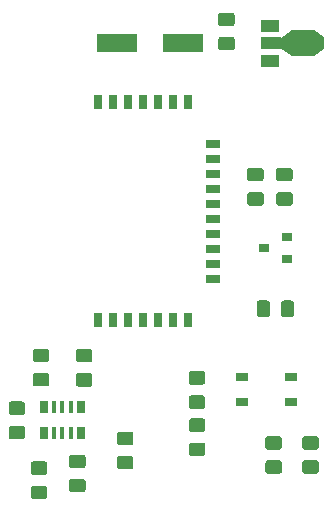
<source format=gbr>
G04 #@! TF.GenerationSoftware,KiCad,Pcbnew,(5.1.5-0-10_14)*
G04 #@! TF.CreationDate,2020-11-06T22:44:04+01:00*
G04 #@! TF.ProjectId,HB-RF-MOD,48422d52-462d-44d4-9f44-2e6b69636164,rev?*
G04 #@! TF.SameCoordinates,Original*
G04 #@! TF.FileFunction,Paste,Top*
G04 #@! TF.FilePolarity,Positive*
%FSLAX46Y46*%
G04 Gerber Fmt 4.6, Leading zero omitted, Abs format (unit mm)*
G04 Created by KiCad (PCBNEW (5.1.5-0-10_14)) date 2020-11-06 22:44:04*
%MOMM*%
%LPD*%
G04 APERTURE LIST*
%ADD10R,0.800000X1.200000*%
%ADD11R,1.200000X0.800000*%
%ADD12R,0.400000X1.100000*%
%ADD13R,0.700000X1.100000*%
%ADD14C,0.100000*%
%ADD15R,1.840000X2.200000*%
%ADD16R,1.500000X1.000000*%
%ADD17R,1.800000X1.000000*%
%ADD18R,1.050000X0.650000*%
%ADD19R,3.500000X1.600000*%
%ADD20R,0.900000X0.800000*%
G04 APERTURE END LIST*
D10*
X169250000Y-66184800D03*
X170520000Y-66184800D03*
X171790000Y-66184800D03*
X173060000Y-66184800D03*
X174330000Y-66184800D03*
X175600000Y-66184800D03*
X176870000Y-66188500D03*
D11*
X179005000Y-69735000D03*
X179005000Y-71005000D03*
X179005000Y-72275000D03*
X179005000Y-73545000D03*
X179005000Y-74815000D03*
X179005000Y-76085000D03*
X179005000Y-77355000D03*
X179005000Y-78625000D03*
X179005000Y-79895000D03*
X179005000Y-81165000D03*
D10*
X176870000Y-84621000D03*
X175600000Y-84621000D03*
X174330000Y-84621000D03*
X173060000Y-84621000D03*
X171790000Y-84621000D03*
X170520000Y-84621000D03*
X169250000Y-84621000D03*
D12*
X166950000Y-94200000D03*
X166250000Y-94200000D03*
X165550000Y-94200000D03*
X165550000Y-92000000D03*
X166250000Y-92000000D03*
X166950000Y-92000000D03*
D13*
X167800000Y-94200000D03*
X164700000Y-94200000D03*
X164700000Y-92000000D03*
X167800000Y-92000000D03*
D14*
G36*
X162874505Y-93576204D02*
G01*
X162898773Y-93579804D01*
X162922572Y-93585765D01*
X162945671Y-93594030D01*
X162967850Y-93604520D01*
X162988893Y-93617132D01*
X163008599Y-93631747D01*
X163026777Y-93648223D01*
X163043253Y-93666401D01*
X163057868Y-93686107D01*
X163070480Y-93707150D01*
X163080970Y-93729329D01*
X163089235Y-93752428D01*
X163095196Y-93776227D01*
X163098796Y-93800495D01*
X163100000Y-93824999D01*
X163100000Y-94475001D01*
X163098796Y-94499505D01*
X163095196Y-94523773D01*
X163089235Y-94547572D01*
X163080970Y-94570671D01*
X163070480Y-94592850D01*
X163057868Y-94613893D01*
X163043253Y-94633599D01*
X163026777Y-94651777D01*
X163008599Y-94668253D01*
X162988893Y-94682868D01*
X162967850Y-94695480D01*
X162945671Y-94705970D01*
X162922572Y-94714235D01*
X162898773Y-94720196D01*
X162874505Y-94723796D01*
X162850001Y-94725000D01*
X161949999Y-94725000D01*
X161925495Y-94723796D01*
X161901227Y-94720196D01*
X161877428Y-94714235D01*
X161854329Y-94705970D01*
X161832150Y-94695480D01*
X161811107Y-94682868D01*
X161791401Y-94668253D01*
X161773223Y-94651777D01*
X161756747Y-94633599D01*
X161742132Y-94613893D01*
X161729520Y-94592850D01*
X161719030Y-94570671D01*
X161710765Y-94547572D01*
X161704804Y-94523773D01*
X161701204Y-94499505D01*
X161700000Y-94475001D01*
X161700000Y-93824999D01*
X161701204Y-93800495D01*
X161704804Y-93776227D01*
X161710765Y-93752428D01*
X161719030Y-93729329D01*
X161729520Y-93707150D01*
X161742132Y-93686107D01*
X161756747Y-93666401D01*
X161773223Y-93648223D01*
X161791401Y-93631747D01*
X161811107Y-93617132D01*
X161832150Y-93604520D01*
X161854329Y-93594030D01*
X161877428Y-93585765D01*
X161901227Y-93579804D01*
X161925495Y-93576204D01*
X161949999Y-93575000D01*
X162850001Y-93575000D01*
X162874505Y-93576204D01*
G37*
G36*
X162874505Y-91526204D02*
G01*
X162898773Y-91529804D01*
X162922572Y-91535765D01*
X162945671Y-91544030D01*
X162967850Y-91554520D01*
X162988893Y-91567132D01*
X163008599Y-91581747D01*
X163026777Y-91598223D01*
X163043253Y-91616401D01*
X163057868Y-91636107D01*
X163070480Y-91657150D01*
X163080970Y-91679329D01*
X163089235Y-91702428D01*
X163095196Y-91726227D01*
X163098796Y-91750495D01*
X163100000Y-91774999D01*
X163100000Y-92425001D01*
X163098796Y-92449505D01*
X163095196Y-92473773D01*
X163089235Y-92497572D01*
X163080970Y-92520671D01*
X163070480Y-92542850D01*
X163057868Y-92563893D01*
X163043253Y-92583599D01*
X163026777Y-92601777D01*
X163008599Y-92618253D01*
X162988893Y-92632868D01*
X162967850Y-92645480D01*
X162945671Y-92655970D01*
X162922572Y-92664235D01*
X162898773Y-92670196D01*
X162874505Y-92673796D01*
X162850001Y-92675000D01*
X161949999Y-92675000D01*
X161925495Y-92673796D01*
X161901227Y-92670196D01*
X161877428Y-92664235D01*
X161854329Y-92655970D01*
X161832150Y-92645480D01*
X161811107Y-92632868D01*
X161791401Y-92618253D01*
X161773223Y-92601777D01*
X161756747Y-92583599D01*
X161742132Y-92563893D01*
X161729520Y-92542850D01*
X161719030Y-92520671D01*
X161710765Y-92497572D01*
X161704804Y-92473773D01*
X161701204Y-92449505D01*
X161700000Y-92425001D01*
X161700000Y-91774999D01*
X161701204Y-91750495D01*
X161704804Y-91726227D01*
X161710765Y-91702428D01*
X161719030Y-91679329D01*
X161729520Y-91657150D01*
X161742132Y-91636107D01*
X161756747Y-91616401D01*
X161773223Y-91598223D01*
X161791401Y-91581747D01*
X161811107Y-91567132D01*
X161832150Y-91554520D01*
X161854329Y-91544030D01*
X161877428Y-91535765D01*
X161901227Y-91529804D01*
X161925495Y-91526204D01*
X161949999Y-91525000D01*
X162850001Y-91525000D01*
X162874505Y-91526204D01*
G37*
G36*
X167999505Y-98076204D02*
G01*
X168023773Y-98079804D01*
X168047572Y-98085765D01*
X168070671Y-98094030D01*
X168092850Y-98104520D01*
X168113893Y-98117132D01*
X168133599Y-98131747D01*
X168151777Y-98148223D01*
X168168253Y-98166401D01*
X168182868Y-98186107D01*
X168195480Y-98207150D01*
X168205970Y-98229329D01*
X168214235Y-98252428D01*
X168220196Y-98276227D01*
X168223796Y-98300495D01*
X168225000Y-98324999D01*
X168225000Y-98975001D01*
X168223796Y-98999505D01*
X168220196Y-99023773D01*
X168214235Y-99047572D01*
X168205970Y-99070671D01*
X168195480Y-99092850D01*
X168182868Y-99113893D01*
X168168253Y-99133599D01*
X168151777Y-99151777D01*
X168133599Y-99168253D01*
X168113893Y-99182868D01*
X168092850Y-99195480D01*
X168070671Y-99205970D01*
X168047572Y-99214235D01*
X168023773Y-99220196D01*
X167999505Y-99223796D01*
X167975001Y-99225000D01*
X167074999Y-99225000D01*
X167050495Y-99223796D01*
X167026227Y-99220196D01*
X167002428Y-99214235D01*
X166979329Y-99205970D01*
X166957150Y-99195480D01*
X166936107Y-99182868D01*
X166916401Y-99168253D01*
X166898223Y-99151777D01*
X166881747Y-99133599D01*
X166867132Y-99113893D01*
X166854520Y-99092850D01*
X166844030Y-99070671D01*
X166835765Y-99047572D01*
X166829804Y-99023773D01*
X166826204Y-98999505D01*
X166825000Y-98975001D01*
X166825000Y-98324999D01*
X166826204Y-98300495D01*
X166829804Y-98276227D01*
X166835765Y-98252428D01*
X166844030Y-98229329D01*
X166854520Y-98207150D01*
X166867132Y-98186107D01*
X166881747Y-98166401D01*
X166898223Y-98148223D01*
X166916401Y-98131747D01*
X166936107Y-98117132D01*
X166957150Y-98104520D01*
X166979329Y-98094030D01*
X167002428Y-98085765D01*
X167026227Y-98079804D01*
X167050495Y-98076204D01*
X167074999Y-98075000D01*
X167975001Y-98075000D01*
X167999505Y-98076204D01*
G37*
G36*
X167999505Y-96026204D02*
G01*
X168023773Y-96029804D01*
X168047572Y-96035765D01*
X168070671Y-96044030D01*
X168092850Y-96054520D01*
X168113893Y-96067132D01*
X168133599Y-96081747D01*
X168151777Y-96098223D01*
X168168253Y-96116401D01*
X168182868Y-96136107D01*
X168195480Y-96157150D01*
X168205970Y-96179329D01*
X168214235Y-96202428D01*
X168220196Y-96226227D01*
X168223796Y-96250495D01*
X168225000Y-96274999D01*
X168225000Y-96925001D01*
X168223796Y-96949505D01*
X168220196Y-96973773D01*
X168214235Y-96997572D01*
X168205970Y-97020671D01*
X168195480Y-97042850D01*
X168182868Y-97063893D01*
X168168253Y-97083599D01*
X168151777Y-97101777D01*
X168133599Y-97118253D01*
X168113893Y-97132868D01*
X168092850Y-97145480D01*
X168070671Y-97155970D01*
X168047572Y-97164235D01*
X168023773Y-97170196D01*
X167999505Y-97173796D01*
X167975001Y-97175000D01*
X167074999Y-97175000D01*
X167050495Y-97173796D01*
X167026227Y-97170196D01*
X167002428Y-97164235D01*
X166979329Y-97155970D01*
X166957150Y-97145480D01*
X166936107Y-97132868D01*
X166916401Y-97118253D01*
X166898223Y-97101777D01*
X166881747Y-97083599D01*
X166867132Y-97063893D01*
X166854520Y-97042850D01*
X166844030Y-97020671D01*
X166835765Y-96997572D01*
X166829804Y-96973773D01*
X166826204Y-96949505D01*
X166825000Y-96925001D01*
X166825000Y-96274999D01*
X166826204Y-96250495D01*
X166829804Y-96226227D01*
X166835765Y-96202428D01*
X166844030Y-96179329D01*
X166854520Y-96157150D01*
X166867132Y-96136107D01*
X166881747Y-96116401D01*
X166898223Y-96098223D01*
X166916401Y-96081747D01*
X166936107Y-96067132D01*
X166957150Y-96054520D01*
X166979329Y-96044030D01*
X167002428Y-96035765D01*
X167026227Y-96029804D01*
X167050495Y-96026204D01*
X167074999Y-96025000D01*
X167975001Y-96025000D01*
X167999505Y-96026204D01*
G37*
G36*
X185723800Y-62300000D02*
G01*
X184723800Y-61600000D01*
X184723800Y-60800000D01*
X185723800Y-60100000D01*
X185723800Y-62300000D01*
G37*
D15*
X186633500Y-61200000D03*
D16*
X183820000Y-62700000D03*
D17*
X183966500Y-61200000D03*
D16*
X183820000Y-59700000D03*
D14*
G36*
X187542000Y-60100000D02*
G01*
X188392000Y-60700000D01*
X188392000Y-61700000D01*
X187542000Y-62300000D01*
X187542000Y-60100000D01*
G37*
D18*
X185650000Y-91575000D03*
X181500000Y-91575000D03*
X185650000Y-89425000D03*
X181500000Y-89425000D03*
D14*
G36*
X187749505Y-96501204D02*
G01*
X187773773Y-96504804D01*
X187797572Y-96510765D01*
X187820671Y-96519030D01*
X187842850Y-96529520D01*
X187863893Y-96542132D01*
X187883599Y-96556747D01*
X187901777Y-96573223D01*
X187918253Y-96591401D01*
X187932868Y-96611107D01*
X187945480Y-96632150D01*
X187955970Y-96654329D01*
X187964235Y-96677428D01*
X187970196Y-96701227D01*
X187973796Y-96725495D01*
X187975000Y-96749999D01*
X187975000Y-97400001D01*
X187973796Y-97424505D01*
X187970196Y-97448773D01*
X187964235Y-97472572D01*
X187955970Y-97495671D01*
X187945480Y-97517850D01*
X187932868Y-97538893D01*
X187918253Y-97558599D01*
X187901777Y-97576777D01*
X187883599Y-97593253D01*
X187863893Y-97607868D01*
X187842850Y-97620480D01*
X187820671Y-97630970D01*
X187797572Y-97639235D01*
X187773773Y-97645196D01*
X187749505Y-97648796D01*
X187725001Y-97650000D01*
X186824999Y-97650000D01*
X186800495Y-97648796D01*
X186776227Y-97645196D01*
X186752428Y-97639235D01*
X186729329Y-97630970D01*
X186707150Y-97620480D01*
X186686107Y-97607868D01*
X186666401Y-97593253D01*
X186648223Y-97576777D01*
X186631747Y-97558599D01*
X186617132Y-97538893D01*
X186604520Y-97517850D01*
X186594030Y-97495671D01*
X186585765Y-97472572D01*
X186579804Y-97448773D01*
X186576204Y-97424505D01*
X186575000Y-97400001D01*
X186575000Y-96749999D01*
X186576204Y-96725495D01*
X186579804Y-96701227D01*
X186585765Y-96677428D01*
X186594030Y-96654329D01*
X186604520Y-96632150D01*
X186617132Y-96611107D01*
X186631747Y-96591401D01*
X186648223Y-96573223D01*
X186666401Y-96556747D01*
X186686107Y-96542132D01*
X186707150Y-96529520D01*
X186729329Y-96519030D01*
X186752428Y-96510765D01*
X186776227Y-96504804D01*
X186800495Y-96501204D01*
X186824999Y-96500000D01*
X187725001Y-96500000D01*
X187749505Y-96501204D01*
G37*
G36*
X187749505Y-94451204D02*
G01*
X187773773Y-94454804D01*
X187797572Y-94460765D01*
X187820671Y-94469030D01*
X187842850Y-94479520D01*
X187863893Y-94492132D01*
X187883599Y-94506747D01*
X187901777Y-94523223D01*
X187918253Y-94541401D01*
X187932868Y-94561107D01*
X187945480Y-94582150D01*
X187955970Y-94604329D01*
X187964235Y-94627428D01*
X187970196Y-94651227D01*
X187973796Y-94675495D01*
X187975000Y-94699999D01*
X187975000Y-95350001D01*
X187973796Y-95374505D01*
X187970196Y-95398773D01*
X187964235Y-95422572D01*
X187955970Y-95445671D01*
X187945480Y-95467850D01*
X187932868Y-95488893D01*
X187918253Y-95508599D01*
X187901777Y-95526777D01*
X187883599Y-95543253D01*
X187863893Y-95557868D01*
X187842850Y-95570480D01*
X187820671Y-95580970D01*
X187797572Y-95589235D01*
X187773773Y-95595196D01*
X187749505Y-95598796D01*
X187725001Y-95600000D01*
X186824999Y-95600000D01*
X186800495Y-95598796D01*
X186776227Y-95595196D01*
X186752428Y-95589235D01*
X186729329Y-95580970D01*
X186707150Y-95570480D01*
X186686107Y-95557868D01*
X186666401Y-95543253D01*
X186648223Y-95526777D01*
X186631747Y-95508599D01*
X186617132Y-95488893D01*
X186604520Y-95467850D01*
X186594030Y-95445671D01*
X186585765Y-95422572D01*
X186579804Y-95398773D01*
X186576204Y-95374505D01*
X186575000Y-95350001D01*
X186575000Y-94699999D01*
X186576204Y-94675495D01*
X186579804Y-94651227D01*
X186585765Y-94627428D01*
X186594030Y-94604329D01*
X186604520Y-94582150D01*
X186617132Y-94561107D01*
X186631747Y-94541401D01*
X186648223Y-94523223D01*
X186666401Y-94506747D01*
X186686107Y-94492132D01*
X186707150Y-94479520D01*
X186729329Y-94469030D01*
X186752428Y-94460765D01*
X186776227Y-94454804D01*
X186800495Y-94451204D01*
X186824999Y-94450000D01*
X187725001Y-94450000D01*
X187749505Y-94451204D01*
G37*
G36*
X164749505Y-98651204D02*
G01*
X164773773Y-98654804D01*
X164797572Y-98660765D01*
X164820671Y-98669030D01*
X164842850Y-98679520D01*
X164863893Y-98692132D01*
X164883599Y-98706747D01*
X164901777Y-98723223D01*
X164918253Y-98741401D01*
X164932868Y-98761107D01*
X164945480Y-98782150D01*
X164955970Y-98804329D01*
X164964235Y-98827428D01*
X164970196Y-98851227D01*
X164973796Y-98875495D01*
X164975000Y-98899999D01*
X164975000Y-99550001D01*
X164973796Y-99574505D01*
X164970196Y-99598773D01*
X164964235Y-99622572D01*
X164955970Y-99645671D01*
X164945480Y-99667850D01*
X164932868Y-99688893D01*
X164918253Y-99708599D01*
X164901777Y-99726777D01*
X164883599Y-99743253D01*
X164863893Y-99757868D01*
X164842850Y-99770480D01*
X164820671Y-99780970D01*
X164797572Y-99789235D01*
X164773773Y-99795196D01*
X164749505Y-99798796D01*
X164725001Y-99800000D01*
X163824999Y-99800000D01*
X163800495Y-99798796D01*
X163776227Y-99795196D01*
X163752428Y-99789235D01*
X163729329Y-99780970D01*
X163707150Y-99770480D01*
X163686107Y-99757868D01*
X163666401Y-99743253D01*
X163648223Y-99726777D01*
X163631747Y-99708599D01*
X163617132Y-99688893D01*
X163604520Y-99667850D01*
X163594030Y-99645671D01*
X163585765Y-99622572D01*
X163579804Y-99598773D01*
X163576204Y-99574505D01*
X163575000Y-99550001D01*
X163575000Y-98899999D01*
X163576204Y-98875495D01*
X163579804Y-98851227D01*
X163585765Y-98827428D01*
X163594030Y-98804329D01*
X163604520Y-98782150D01*
X163617132Y-98761107D01*
X163631747Y-98741401D01*
X163648223Y-98723223D01*
X163666401Y-98706747D01*
X163686107Y-98692132D01*
X163707150Y-98679520D01*
X163729329Y-98669030D01*
X163752428Y-98660765D01*
X163776227Y-98654804D01*
X163800495Y-98651204D01*
X163824999Y-98650000D01*
X164725001Y-98650000D01*
X164749505Y-98651204D01*
G37*
G36*
X164749505Y-96601204D02*
G01*
X164773773Y-96604804D01*
X164797572Y-96610765D01*
X164820671Y-96619030D01*
X164842850Y-96629520D01*
X164863893Y-96642132D01*
X164883599Y-96656747D01*
X164901777Y-96673223D01*
X164918253Y-96691401D01*
X164932868Y-96711107D01*
X164945480Y-96732150D01*
X164955970Y-96754329D01*
X164964235Y-96777428D01*
X164970196Y-96801227D01*
X164973796Y-96825495D01*
X164975000Y-96849999D01*
X164975000Y-97500001D01*
X164973796Y-97524505D01*
X164970196Y-97548773D01*
X164964235Y-97572572D01*
X164955970Y-97595671D01*
X164945480Y-97617850D01*
X164932868Y-97638893D01*
X164918253Y-97658599D01*
X164901777Y-97676777D01*
X164883599Y-97693253D01*
X164863893Y-97707868D01*
X164842850Y-97720480D01*
X164820671Y-97730970D01*
X164797572Y-97739235D01*
X164773773Y-97745196D01*
X164749505Y-97748796D01*
X164725001Y-97750000D01*
X163824999Y-97750000D01*
X163800495Y-97748796D01*
X163776227Y-97745196D01*
X163752428Y-97739235D01*
X163729329Y-97730970D01*
X163707150Y-97720480D01*
X163686107Y-97707868D01*
X163666401Y-97693253D01*
X163648223Y-97676777D01*
X163631747Y-97658599D01*
X163617132Y-97638893D01*
X163604520Y-97617850D01*
X163594030Y-97595671D01*
X163585765Y-97572572D01*
X163579804Y-97548773D01*
X163576204Y-97524505D01*
X163575000Y-97500001D01*
X163575000Y-96849999D01*
X163576204Y-96825495D01*
X163579804Y-96801227D01*
X163585765Y-96777428D01*
X163594030Y-96754329D01*
X163604520Y-96732150D01*
X163617132Y-96711107D01*
X163631747Y-96691401D01*
X163648223Y-96673223D01*
X163666401Y-96656747D01*
X163686107Y-96642132D01*
X163707150Y-96629520D01*
X163729329Y-96619030D01*
X163752428Y-96610765D01*
X163776227Y-96604804D01*
X163800495Y-96601204D01*
X163824999Y-96600000D01*
X164725001Y-96600000D01*
X164749505Y-96601204D01*
G37*
G36*
X164924505Y-87051204D02*
G01*
X164948773Y-87054804D01*
X164972572Y-87060765D01*
X164995671Y-87069030D01*
X165017850Y-87079520D01*
X165038893Y-87092132D01*
X165058599Y-87106747D01*
X165076777Y-87123223D01*
X165093253Y-87141401D01*
X165107868Y-87161107D01*
X165120480Y-87182150D01*
X165130970Y-87204329D01*
X165139235Y-87227428D01*
X165145196Y-87251227D01*
X165148796Y-87275495D01*
X165150000Y-87299999D01*
X165150000Y-87950001D01*
X165148796Y-87974505D01*
X165145196Y-87998773D01*
X165139235Y-88022572D01*
X165130970Y-88045671D01*
X165120480Y-88067850D01*
X165107868Y-88088893D01*
X165093253Y-88108599D01*
X165076777Y-88126777D01*
X165058599Y-88143253D01*
X165038893Y-88157868D01*
X165017850Y-88170480D01*
X164995671Y-88180970D01*
X164972572Y-88189235D01*
X164948773Y-88195196D01*
X164924505Y-88198796D01*
X164900001Y-88200000D01*
X163999999Y-88200000D01*
X163975495Y-88198796D01*
X163951227Y-88195196D01*
X163927428Y-88189235D01*
X163904329Y-88180970D01*
X163882150Y-88170480D01*
X163861107Y-88157868D01*
X163841401Y-88143253D01*
X163823223Y-88126777D01*
X163806747Y-88108599D01*
X163792132Y-88088893D01*
X163779520Y-88067850D01*
X163769030Y-88045671D01*
X163760765Y-88022572D01*
X163754804Y-87998773D01*
X163751204Y-87974505D01*
X163750000Y-87950001D01*
X163750000Y-87299999D01*
X163751204Y-87275495D01*
X163754804Y-87251227D01*
X163760765Y-87227428D01*
X163769030Y-87204329D01*
X163779520Y-87182150D01*
X163792132Y-87161107D01*
X163806747Y-87141401D01*
X163823223Y-87123223D01*
X163841401Y-87106747D01*
X163861107Y-87092132D01*
X163882150Y-87079520D01*
X163904329Y-87069030D01*
X163927428Y-87060765D01*
X163951227Y-87054804D01*
X163975495Y-87051204D01*
X163999999Y-87050000D01*
X164900001Y-87050000D01*
X164924505Y-87051204D01*
G37*
G36*
X164924505Y-89101204D02*
G01*
X164948773Y-89104804D01*
X164972572Y-89110765D01*
X164995671Y-89119030D01*
X165017850Y-89129520D01*
X165038893Y-89142132D01*
X165058599Y-89156747D01*
X165076777Y-89173223D01*
X165093253Y-89191401D01*
X165107868Y-89211107D01*
X165120480Y-89232150D01*
X165130970Y-89254329D01*
X165139235Y-89277428D01*
X165145196Y-89301227D01*
X165148796Y-89325495D01*
X165150000Y-89349999D01*
X165150000Y-90000001D01*
X165148796Y-90024505D01*
X165145196Y-90048773D01*
X165139235Y-90072572D01*
X165130970Y-90095671D01*
X165120480Y-90117850D01*
X165107868Y-90138893D01*
X165093253Y-90158599D01*
X165076777Y-90176777D01*
X165058599Y-90193253D01*
X165038893Y-90207868D01*
X165017850Y-90220480D01*
X164995671Y-90230970D01*
X164972572Y-90239235D01*
X164948773Y-90245196D01*
X164924505Y-90248796D01*
X164900001Y-90250000D01*
X163999999Y-90250000D01*
X163975495Y-90248796D01*
X163951227Y-90245196D01*
X163927428Y-90239235D01*
X163904329Y-90230970D01*
X163882150Y-90220480D01*
X163861107Y-90207868D01*
X163841401Y-90193253D01*
X163823223Y-90176777D01*
X163806747Y-90158599D01*
X163792132Y-90138893D01*
X163779520Y-90117850D01*
X163769030Y-90095671D01*
X163760765Y-90072572D01*
X163754804Y-90048773D01*
X163751204Y-90024505D01*
X163750000Y-90000001D01*
X163750000Y-89349999D01*
X163751204Y-89325495D01*
X163754804Y-89301227D01*
X163760765Y-89277428D01*
X163769030Y-89254329D01*
X163779520Y-89232150D01*
X163792132Y-89211107D01*
X163806747Y-89191401D01*
X163823223Y-89173223D01*
X163841401Y-89156747D01*
X163861107Y-89142132D01*
X163882150Y-89129520D01*
X163904329Y-89119030D01*
X163927428Y-89110765D01*
X163951227Y-89104804D01*
X163975495Y-89101204D01*
X163999999Y-89100000D01*
X164900001Y-89100000D01*
X164924505Y-89101204D01*
G37*
G36*
X168574505Y-87076204D02*
G01*
X168598773Y-87079804D01*
X168622572Y-87085765D01*
X168645671Y-87094030D01*
X168667850Y-87104520D01*
X168688893Y-87117132D01*
X168708599Y-87131747D01*
X168726777Y-87148223D01*
X168743253Y-87166401D01*
X168757868Y-87186107D01*
X168770480Y-87207150D01*
X168780970Y-87229329D01*
X168789235Y-87252428D01*
X168795196Y-87276227D01*
X168798796Y-87300495D01*
X168800000Y-87324999D01*
X168800000Y-87975001D01*
X168798796Y-87999505D01*
X168795196Y-88023773D01*
X168789235Y-88047572D01*
X168780970Y-88070671D01*
X168770480Y-88092850D01*
X168757868Y-88113893D01*
X168743253Y-88133599D01*
X168726777Y-88151777D01*
X168708599Y-88168253D01*
X168688893Y-88182868D01*
X168667850Y-88195480D01*
X168645671Y-88205970D01*
X168622572Y-88214235D01*
X168598773Y-88220196D01*
X168574505Y-88223796D01*
X168550001Y-88225000D01*
X167649999Y-88225000D01*
X167625495Y-88223796D01*
X167601227Y-88220196D01*
X167577428Y-88214235D01*
X167554329Y-88205970D01*
X167532150Y-88195480D01*
X167511107Y-88182868D01*
X167491401Y-88168253D01*
X167473223Y-88151777D01*
X167456747Y-88133599D01*
X167442132Y-88113893D01*
X167429520Y-88092850D01*
X167419030Y-88070671D01*
X167410765Y-88047572D01*
X167404804Y-88023773D01*
X167401204Y-87999505D01*
X167400000Y-87975001D01*
X167400000Y-87324999D01*
X167401204Y-87300495D01*
X167404804Y-87276227D01*
X167410765Y-87252428D01*
X167419030Y-87229329D01*
X167429520Y-87207150D01*
X167442132Y-87186107D01*
X167456747Y-87166401D01*
X167473223Y-87148223D01*
X167491401Y-87131747D01*
X167511107Y-87117132D01*
X167532150Y-87104520D01*
X167554329Y-87094030D01*
X167577428Y-87085765D01*
X167601227Y-87079804D01*
X167625495Y-87076204D01*
X167649999Y-87075000D01*
X168550001Y-87075000D01*
X168574505Y-87076204D01*
G37*
G36*
X168574505Y-89126204D02*
G01*
X168598773Y-89129804D01*
X168622572Y-89135765D01*
X168645671Y-89144030D01*
X168667850Y-89154520D01*
X168688893Y-89167132D01*
X168708599Y-89181747D01*
X168726777Y-89198223D01*
X168743253Y-89216401D01*
X168757868Y-89236107D01*
X168770480Y-89257150D01*
X168780970Y-89279329D01*
X168789235Y-89302428D01*
X168795196Y-89326227D01*
X168798796Y-89350495D01*
X168800000Y-89374999D01*
X168800000Y-90025001D01*
X168798796Y-90049505D01*
X168795196Y-90073773D01*
X168789235Y-90097572D01*
X168780970Y-90120671D01*
X168770480Y-90142850D01*
X168757868Y-90163893D01*
X168743253Y-90183599D01*
X168726777Y-90201777D01*
X168708599Y-90218253D01*
X168688893Y-90232868D01*
X168667850Y-90245480D01*
X168645671Y-90255970D01*
X168622572Y-90264235D01*
X168598773Y-90270196D01*
X168574505Y-90273796D01*
X168550001Y-90275000D01*
X167649999Y-90275000D01*
X167625495Y-90273796D01*
X167601227Y-90270196D01*
X167577428Y-90264235D01*
X167554329Y-90255970D01*
X167532150Y-90245480D01*
X167511107Y-90232868D01*
X167491401Y-90218253D01*
X167473223Y-90201777D01*
X167456747Y-90183599D01*
X167442132Y-90163893D01*
X167429520Y-90142850D01*
X167419030Y-90120671D01*
X167410765Y-90097572D01*
X167404804Y-90073773D01*
X167401204Y-90049505D01*
X167400000Y-90025001D01*
X167400000Y-89374999D01*
X167401204Y-89350495D01*
X167404804Y-89326227D01*
X167410765Y-89302428D01*
X167419030Y-89279329D01*
X167429520Y-89257150D01*
X167442132Y-89236107D01*
X167456747Y-89216401D01*
X167473223Y-89198223D01*
X167491401Y-89181747D01*
X167511107Y-89167132D01*
X167532150Y-89154520D01*
X167554329Y-89144030D01*
X167577428Y-89135765D01*
X167601227Y-89129804D01*
X167625495Y-89126204D01*
X167649999Y-89125000D01*
X168550001Y-89125000D01*
X168574505Y-89126204D01*
G37*
D19*
X170850000Y-61200000D03*
X176450000Y-61200000D03*
D14*
G36*
X184624505Y-94451204D02*
G01*
X184648773Y-94454804D01*
X184672572Y-94460765D01*
X184695671Y-94469030D01*
X184717850Y-94479520D01*
X184738893Y-94492132D01*
X184758599Y-94506747D01*
X184776777Y-94523223D01*
X184793253Y-94541401D01*
X184807868Y-94561107D01*
X184820480Y-94582150D01*
X184830970Y-94604329D01*
X184839235Y-94627428D01*
X184845196Y-94651227D01*
X184848796Y-94675495D01*
X184850000Y-94699999D01*
X184850000Y-95350001D01*
X184848796Y-95374505D01*
X184845196Y-95398773D01*
X184839235Y-95422572D01*
X184830970Y-95445671D01*
X184820480Y-95467850D01*
X184807868Y-95488893D01*
X184793253Y-95508599D01*
X184776777Y-95526777D01*
X184758599Y-95543253D01*
X184738893Y-95557868D01*
X184717850Y-95570480D01*
X184695671Y-95580970D01*
X184672572Y-95589235D01*
X184648773Y-95595196D01*
X184624505Y-95598796D01*
X184600001Y-95600000D01*
X183699999Y-95600000D01*
X183675495Y-95598796D01*
X183651227Y-95595196D01*
X183627428Y-95589235D01*
X183604329Y-95580970D01*
X183582150Y-95570480D01*
X183561107Y-95557868D01*
X183541401Y-95543253D01*
X183523223Y-95526777D01*
X183506747Y-95508599D01*
X183492132Y-95488893D01*
X183479520Y-95467850D01*
X183469030Y-95445671D01*
X183460765Y-95422572D01*
X183454804Y-95398773D01*
X183451204Y-95374505D01*
X183450000Y-95350001D01*
X183450000Y-94699999D01*
X183451204Y-94675495D01*
X183454804Y-94651227D01*
X183460765Y-94627428D01*
X183469030Y-94604329D01*
X183479520Y-94582150D01*
X183492132Y-94561107D01*
X183506747Y-94541401D01*
X183523223Y-94523223D01*
X183541401Y-94506747D01*
X183561107Y-94492132D01*
X183582150Y-94479520D01*
X183604329Y-94469030D01*
X183627428Y-94460765D01*
X183651227Y-94454804D01*
X183675495Y-94451204D01*
X183699999Y-94450000D01*
X184600001Y-94450000D01*
X184624505Y-94451204D01*
G37*
G36*
X184624505Y-96501204D02*
G01*
X184648773Y-96504804D01*
X184672572Y-96510765D01*
X184695671Y-96519030D01*
X184717850Y-96529520D01*
X184738893Y-96542132D01*
X184758599Y-96556747D01*
X184776777Y-96573223D01*
X184793253Y-96591401D01*
X184807868Y-96611107D01*
X184820480Y-96632150D01*
X184830970Y-96654329D01*
X184839235Y-96677428D01*
X184845196Y-96701227D01*
X184848796Y-96725495D01*
X184850000Y-96749999D01*
X184850000Y-97400001D01*
X184848796Y-97424505D01*
X184845196Y-97448773D01*
X184839235Y-97472572D01*
X184830970Y-97495671D01*
X184820480Y-97517850D01*
X184807868Y-97538893D01*
X184793253Y-97558599D01*
X184776777Y-97576777D01*
X184758599Y-97593253D01*
X184738893Y-97607868D01*
X184717850Y-97620480D01*
X184695671Y-97630970D01*
X184672572Y-97639235D01*
X184648773Y-97645196D01*
X184624505Y-97648796D01*
X184600001Y-97650000D01*
X183699999Y-97650000D01*
X183675495Y-97648796D01*
X183651227Y-97645196D01*
X183627428Y-97639235D01*
X183604329Y-97630970D01*
X183582150Y-97620480D01*
X183561107Y-97607868D01*
X183541401Y-97593253D01*
X183523223Y-97576777D01*
X183506747Y-97558599D01*
X183492132Y-97538893D01*
X183479520Y-97517850D01*
X183469030Y-97495671D01*
X183460765Y-97472572D01*
X183454804Y-97448773D01*
X183451204Y-97424505D01*
X183450000Y-97400001D01*
X183450000Y-96749999D01*
X183451204Y-96725495D01*
X183454804Y-96701227D01*
X183460765Y-96677428D01*
X183469030Y-96654329D01*
X183479520Y-96632150D01*
X183492132Y-96611107D01*
X183506747Y-96591401D01*
X183523223Y-96573223D01*
X183541401Y-96556747D01*
X183561107Y-96542132D01*
X183582150Y-96529520D01*
X183604329Y-96519030D01*
X183627428Y-96510765D01*
X183651227Y-96504804D01*
X183675495Y-96501204D01*
X183699999Y-96500000D01*
X184600001Y-96500000D01*
X184624505Y-96501204D01*
G37*
G36*
X180624505Y-58601204D02*
G01*
X180648773Y-58604804D01*
X180672572Y-58610765D01*
X180695671Y-58619030D01*
X180717850Y-58629520D01*
X180738893Y-58642132D01*
X180758599Y-58656747D01*
X180776777Y-58673223D01*
X180793253Y-58691401D01*
X180807868Y-58711107D01*
X180820480Y-58732150D01*
X180830970Y-58754329D01*
X180839235Y-58777428D01*
X180845196Y-58801227D01*
X180848796Y-58825495D01*
X180850000Y-58849999D01*
X180850000Y-59500001D01*
X180848796Y-59524505D01*
X180845196Y-59548773D01*
X180839235Y-59572572D01*
X180830970Y-59595671D01*
X180820480Y-59617850D01*
X180807868Y-59638893D01*
X180793253Y-59658599D01*
X180776777Y-59676777D01*
X180758599Y-59693253D01*
X180738893Y-59707868D01*
X180717850Y-59720480D01*
X180695671Y-59730970D01*
X180672572Y-59739235D01*
X180648773Y-59745196D01*
X180624505Y-59748796D01*
X180600001Y-59750000D01*
X179699999Y-59750000D01*
X179675495Y-59748796D01*
X179651227Y-59745196D01*
X179627428Y-59739235D01*
X179604329Y-59730970D01*
X179582150Y-59720480D01*
X179561107Y-59707868D01*
X179541401Y-59693253D01*
X179523223Y-59676777D01*
X179506747Y-59658599D01*
X179492132Y-59638893D01*
X179479520Y-59617850D01*
X179469030Y-59595671D01*
X179460765Y-59572572D01*
X179454804Y-59548773D01*
X179451204Y-59524505D01*
X179450000Y-59500001D01*
X179450000Y-58849999D01*
X179451204Y-58825495D01*
X179454804Y-58801227D01*
X179460765Y-58777428D01*
X179469030Y-58754329D01*
X179479520Y-58732150D01*
X179492132Y-58711107D01*
X179506747Y-58691401D01*
X179523223Y-58673223D01*
X179541401Y-58656747D01*
X179561107Y-58642132D01*
X179582150Y-58629520D01*
X179604329Y-58619030D01*
X179627428Y-58610765D01*
X179651227Y-58604804D01*
X179675495Y-58601204D01*
X179699999Y-58600000D01*
X180600001Y-58600000D01*
X180624505Y-58601204D01*
G37*
G36*
X180624505Y-60651204D02*
G01*
X180648773Y-60654804D01*
X180672572Y-60660765D01*
X180695671Y-60669030D01*
X180717850Y-60679520D01*
X180738893Y-60692132D01*
X180758599Y-60706747D01*
X180776777Y-60723223D01*
X180793253Y-60741401D01*
X180807868Y-60761107D01*
X180820480Y-60782150D01*
X180830970Y-60804329D01*
X180839235Y-60827428D01*
X180845196Y-60851227D01*
X180848796Y-60875495D01*
X180850000Y-60899999D01*
X180850000Y-61550001D01*
X180848796Y-61574505D01*
X180845196Y-61598773D01*
X180839235Y-61622572D01*
X180830970Y-61645671D01*
X180820480Y-61667850D01*
X180807868Y-61688893D01*
X180793253Y-61708599D01*
X180776777Y-61726777D01*
X180758599Y-61743253D01*
X180738893Y-61757868D01*
X180717850Y-61770480D01*
X180695671Y-61780970D01*
X180672572Y-61789235D01*
X180648773Y-61795196D01*
X180624505Y-61798796D01*
X180600001Y-61800000D01*
X179699999Y-61800000D01*
X179675495Y-61798796D01*
X179651227Y-61795196D01*
X179627428Y-61789235D01*
X179604329Y-61780970D01*
X179582150Y-61770480D01*
X179561107Y-61757868D01*
X179541401Y-61743253D01*
X179523223Y-61726777D01*
X179506747Y-61708599D01*
X179492132Y-61688893D01*
X179479520Y-61667850D01*
X179469030Y-61645671D01*
X179460765Y-61622572D01*
X179454804Y-61598773D01*
X179451204Y-61574505D01*
X179450000Y-61550001D01*
X179450000Y-60899999D01*
X179451204Y-60875495D01*
X179454804Y-60851227D01*
X179460765Y-60827428D01*
X179469030Y-60804329D01*
X179479520Y-60782150D01*
X179492132Y-60761107D01*
X179506747Y-60741401D01*
X179523223Y-60723223D01*
X179541401Y-60706747D01*
X179561107Y-60692132D01*
X179582150Y-60679520D01*
X179604329Y-60669030D01*
X179627428Y-60660765D01*
X179651227Y-60654804D01*
X179675495Y-60651204D01*
X179699999Y-60650000D01*
X180600001Y-60650000D01*
X180624505Y-60651204D01*
G37*
G36*
X172049505Y-94076204D02*
G01*
X172073773Y-94079804D01*
X172097572Y-94085765D01*
X172120671Y-94094030D01*
X172142850Y-94104520D01*
X172163893Y-94117132D01*
X172183599Y-94131747D01*
X172201777Y-94148223D01*
X172218253Y-94166401D01*
X172232868Y-94186107D01*
X172245480Y-94207150D01*
X172255970Y-94229329D01*
X172264235Y-94252428D01*
X172270196Y-94276227D01*
X172273796Y-94300495D01*
X172275000Y-94324999D01*
X172275000Y-94975001D01*
X172273796Y-94999505D01*
X172270196Y-95023773D01*
X172264235Y-95047572D01*
X172255970Y-95070671D01*
X172245480Y-95092850D01*
X172232868Y-95113893D01*
X172218253Y-95133599D01*
X172201777Y-95151777D01*
X172183599Y-95168253D01*
X172163893Y-95182868D01*
X172142850Y-95195480D01*
X172120671Y-95205970D01*
X172097572Y-95214235D01*
X172073773Y-95220196D01*
X172049505Y-95223796D01*
X172025001Y-95225000D01*
X171124999Y-95225000D01*
X171100495Y-95223796D01*
X171076227Y-95220196D01*
X171052428Y-95214235D01*
X171029329Y-95205970D01*
X171007150Y-95195480D01*
X170986107Y-95182868D01*
X170966401Y-95168253D01*
X170948223Y-95151777D01*
X170931747Y-95133599D01*
X170917132Y-95113893D01*
X170904520Y-95092850D01*
X170894030Y-95070671D01*
X170885765Y-95047572D01*
X170879804Y-95023773D01*
X170876204Y-94999505D01*
X170875000Y-94975001D01*
X170875000Y-94324999D01*
X170876204Y-94300495D01*
X170879804Y-94276227D01*
X170885765Y-94252428D01*
X170894030Y-94229329D01*
X170904520Y-94207150D01*
X170917132Y-94186107D01*
X170931747Y-94166401D01*
X170948223Y-94148223D01*
X170966401Y-94131747D01*
X170986107Y-94117132D01*
X171007150Y-94104520D01*
X171029329Y-94094030D01*
X171052428Y-94085765D01*
X171076227Y-94079804D01*
X171100495Y-94076204D01*
X171124999Y-94075000D01*
X172025001Y-94075000D01*
X172049505Y-94076204D01*
G37*
G36*
X172049505Y-96126204D02*
G01*
X172073773Y-96129804D01*
X172097572Y-96135765D01*
X172120671Y-96144030D01*
X172142850Y-96154520D01*
X172163893Y-96167132D01*
X172183599Y-96181747D01*
X172201777Y-96198223D01*
X172218253Y-96216401D01*
X172232868Y-96236107D01*
X172245480Y-96257150D01*
X172255970Y-96279329D01*
X172264235Y-96302428D01*
X172270196Y-96326227D01*
X172273796Y-96350495D01*
X172275000Y-96374999D01*
X172275000Y-97025001D01*
X172273796Y-97049505D01*
X172270196Y-97073773D01*
X172264235Y-97097572D01*
X172255970Y-97120671D01*
X172245480Y-97142850D01*
X172232868Y-97163893D01*
X172218253Y-97183599D01*
X172201777Y-97201777D01*
X172183599Y-97218253D01*
X172163893Y-97232868D01*
X172142850Y-97245480D01*
X172120671Y-97255970D01*
X172097572Y-97264235D01*
X172073773Y-97270196D01*
X172049505Y-97273796D01*
X172025001Y-97275000D01*
X171124999Y-97275000D01*
X171100495Y-97273796D01*
X171076227Y-97270196D01*
X171052428Y-97264235D01*
X171029329Y-97255970D01*
X171007150Y-97245480D01*
X170986107Y-97232868D01*
X170966401Y-97218253D01*
X170948223Y-97201777D01*
X170931747Y-97183599D01*
X170917132Y-97163893D01*
X170904520Y-97142850D01*
X170894030Y-97120671D01*
X170885765Y-97097572D01*
X170879804Y-97073773D01*
X170876204Y-97049505D01*
X170875000Y-97025001D01*
X170875000Y-96374999D01*
X170876204Y-96350495D01*
X170879804Y-96326227D01*
X170885765Y-96302428D01*
X170894030Y-96279329D01*
X170904520Y-96257150D01*
X170917132Y-96236107D01*
X170931747Y-96216401D01*
X170948223Y-96198223D01*
X170966401Y-96181747D01*
X170986107Y-96167132D01*
X171007150Y-96154520D01*
X171029329Y-96144030D01*
X171052428Y-96135765D01*
X171076227Y-96129804D01*
X171100495Y-96126204D01*
X171124999Y-96125000D01*
X172025001Y-96125000D01*
X172049505Y-96126204D01*
G37*
G36*
X178124505Y-88955504D02*
G01*
X178148773Y-88959104D01*
X178172572Y-88965065D01*
X178195671Y-88973330D01*
X178217850Y-88983820D01*
X178238893Y-88996432D01*
X178258599Y-89011047D01*
X178276777Y-89027523D01*
X178293253Y-89045701D01*
X178307868Y-89065407D01*
X178320480Y-89086450D01*
X178330970Y-89108629D01*
X178339235Y-89131728D01*
X178345196Y-89155527D01*
X178348796Y-89179795D01*
X178350000Y-89204299D01*
X178350000Y-89854301D01*
X178348796Y-89878805D01*
X178345196Y-89903073D01*
X178339235Y-89926872D01*
X178330970Y-89949971D01*
X178320480Y-89972150D01*
X178307868Y-89993193D01*
X178293253Y-90012899D01*
X178276777Y-90031077D01*
X178258599Y-90047553D01*
X178238893Y-90062168D01*
X178217850Y-90074780D01*
X178195671Y-90085270D01*
X178172572Y-90093535D01*
X178148773Y-90099496D01*
X178124505Y-90103096D01*
X178100001Y-90104300D01*
X177199999Y-90104300D01*
X177175495Y-90103096D01*
X177151227Y-90099496D01*
X177127428Y-90093535D01*
X177104329Y-90085270D01*
X177082150Y-90074780D01*
X177061107Y-90062168D01*
X177041401Y-90047553D01*
X177023223Y-90031077D01*
X177006747Y-90012899D01*
X176992132Y-89993193D01*
X176979520Y-89972150D01*
X176969030Y-89949971D01*
X176960765Y-89926872D01*
X176954804Y-89903073D01*
X176951204Y-89878805D01*
X176950000Y-89854301D01*
X176950000Y-89204299D01*
X176951204Y-89179795D01*
X176954804Y-89155527D01*
X176960765Y-89131728D01*
X176969030Y-89108629D01*
X176979520Y-89086450D01*
X176992132Y-89065407D01*
X177006747Y-89045701D01*
X177023223Y-89027523D01*
X177041401Y-89011047D01*
X177061107Y-88996432D01*
X177082150Y-88983820D01*
X177104329Y-88973330D01*
X177127428Y-88965065D01*
X177151227Y-88959104D01*
X177175495Y-88955504D01*
X177199999Y-88954300D01*
X178100001Y-88954300D01*
X178124505Y-88955504D01*
G37*
G36*
X178124505Y-91005504D02*
G01*
X178148773Y-91009104D01*
X178172572Y-91015065D01*
X178195671Y-91023330D01*
X178217850Y-91033820D01*
X178238893Y-91046432D01*
X178258599Y-91061047D01*
X178276777Y-91077523D01*
X178293253Y-91095701D01*
X178307868Y-91115407D01*
X178320480Y-91136450D01*
X178330970Y-91158629D01*
X178339235Y-91181728D01*
X178345196Y-91205527D01*
X178348796Y-91229795D01*
X178350000Y-91254299D01*
X178350000Y-91904301D01*
X178348796Y-91928805D01*
X178345196Y-91953073D01*
X178339235Y-91976872D01*
X178330970Y-91999971D01*
X178320480Y-92022150D01*
X178307868Y-92043193D01*
X178293253Y-92062899D01*
X178276777Y-92081077D01*
X178258599Y-92097553D01*
X178238893Y-92112168D01*
X178217850Y-92124780D01*
X178195671Y-92135270D01*
X178172572Y-92143535D01*
X178148773Y-92149496D01*
X178124505Y-92153096D01*
X178100001Y-92154300D01*
X177199999Y-92154300D01*
X177175495Y-92153096D01*
X177151227Y-92149496D01*
X177127428Y-92143535D01*
X177104329Y-92135270D01*
X177082150Y-92124780D01*
X177061107Y-92112168D01*
X177041401Y-92097553D01*
X177023223Y-92081077D01*
X177006747Y-92062899D01*
X176992132Y-92043193D01*
X176979520Y-92022150D01*
X176969030Y-91999971D01*
X176960765Y-91976872D01*
X176954804Y-91953073D01*
X176951204Y-91928805D01*
X176950000Y-91904301D01*
X176950000Y-91254299D01*
X176951204Y-91229795D01*
X176954804Y-91205527D01*
X176960765Y-91181728D01*
X176969030Y-91158629D01*
X176979520Y-91136450D01*
X176992132Y-91115407D01*
X177006747Y-91095701D01*
X177023223Y-91077523D01*
X177041401Y-91061047D01*
X177061107Y-91046432D01*
X177082150Y-91033820D01*
X177104329Y-91023330D01*
X177127428Y-91015065D01*
X177151227Y-91009104D01*
X177175495Y-91005504D01*
X177199999Y-91004300D01*
X178100001Y-91004300D01*
X178124505Y-91005504D01*
G37*
G36*
X178149505Y-95001204D02*
G01*
X178173773Y-95004804D01*
X178197572Y-95010765D01*
X178220671Y-95019030D01*
X178242850Y-95029520D01*
X178263893Y-95042132D01*
X178283599Y-95056747D01*
X178301777Y-95073223D01*
X178318253Y-95091401D01*
X178332868Y-95111107D01*
X178345480Y-95132150D01*
X178355970Y-95154329D01*
X178364235Y-95177428D01*
X178370196Y-95201227D01*
X178373796Y-95225495D01*
X178375000Y-95249999D01*
X178375000Y-95900001D01*
X178373796Y-95924505D01*
X178370196Y-95948773D01*
X178364235Y-95972572D01*
X178355970Y-95995671D01*
X178345480Y-96017850D01*
X178332868Y-96038893D01*
X178318253Y-96058599D01*
X178301777Y-96076777D01*
X178283599Y-96093253D01*
X178263893Y-96107868D01*
X178242850Y-96120480D01*
X178220671Y-96130970D01*
X178197572Y-96139235D01*
X178173773Y-96145196D01*
X178149505Y-96148796D01*
X178125001Y-96150000D01*
X177224999Y-96150000D01*
X177200495Y-96148796D01*
X177176227Y-96145196D01*
X177152428Y-96139235D01*
X177129329Y-96130970D01*
X177107150Y-96120480D01*
X177086107Y-96107868D01*
X177066401Y-96093253D01*
X177048223Y-96076777D01*
X177031747Y-96058599D01*
X177017132Y-96038893D01*
X177004520Y-96017850D01*
X176994030Y-95995671D01*
X176985765Y-95972572D01*
X176979804Y-95948773D01*
X176976204Y-95924505D01*
X176975000Y-95900001D01*
X176975000Y-95249999D01*
X176976204Y-95225495D01*
X176979804Y-95201227D01*
X176985765Y-95177428D01*
X176994030Y-95154329D01*
X177004520Y-95132150D01*
X177017132Y-95111107D01*
X177031747Y-95091401D01*
X177048223Y-95073223D01*
X177066401Y-95056747D01*
X177086107Y-95042132D01*
X177107150Y-95029520D01*
X177129329Y-95019030D01*
X177152428Y-95010765D01*
X177176227Y-95004804D01*
X177200495Y-95001204D01*
X177224999Y-95000000D01*
X178125001Y-95000000D01*
X178149505Y-95001204D01*
G37*
G36*
X178149505Y-92951204D02*
G01*
X178173773Y-92954804D01*
X178197572Y-92960765D01*
X178220671Y-92969030D01*
X178242850Y-92979520D01*
X178263893Y-92992132D01*
X178283599Y-93006747D01*
X178301777Y-93023223D01*
X178318253Y-93041401D01*
X178332868Y-93061107D01*
X178345480Y-93082150D01*
X178355970Y-93104329D01*
X178364235Y-93127428D01*
X178370196Y-93151227D01*
X178373796Y-93175495D01*
X178375000Y-93199999D01*
X178375000Y-93850001D01*
X178373796Y-93874505D01*
X178370196Y-93898773D01*
X178364235Y-93922572D01*
X178355970Y-93945671D01*
X178345480Y-93967850D01*
X178332868Y-93988893D01*
X178318253Y-94008599D01*
X178301777Y-94026777D01*
X178283599Y-94043253D01*
X178263893Y-94057868D01*
X178242850Y-94070480D01*
X178220671Y-94080970D01*
X178197572Y-94089235D01*
X178173773Y-94095196D01*
X178149505Y-94098796D01*
X178125001Y-94100000D01*
X177224999Y-94100000D01*
X177200495Y-94098796D01*
X177176227Y-94095196D01*
X177152428Y-94089235D01*
X177129329Y-94080970D01*
X177107150Y-94070480D01*
X177086107Y-94057868D01*
X177066401Y-94043253D01*
X177048223Y-94026777D01*
X177031747Y-94008599D01*
X177017132Y-93988893D01*
X177004520Y-93967850D01*
X176994030Y-93945671D01*
X176985765Y-93922572D01*
X176979804Y-93898773D01*
X176976204Y-93874505D01*
X176975000Y-93850001D01*
X176975000Y-93199999D01*
X176976204Y-93175495D01*
X176979804Y-93151227D01*
X176985765Y-93127428D01*
X176994030Y-93104329D01*
X177004520Y-93082150D01*
X177017132Y-93061107D01*
X177031747Y-93041401D01*
X177048223Y-93023223D01*
X177066401Y-93006747D01*
X177086107Y-92992132D01*
X177107150Y-92979520D01*
X177129329Y-92969030D01*
X177152428Y-92960765D01*
X177176227Y-92954804D01*
X177200495Y-92951204D01*
X177224999Y-92950000D01*
X178125001Y-92950000D01*
X178149505Y-92951204D01*
G37*
D20*
X183300000Y-78550000D03*
X185300000Y-77600000D03*
X185300000Y-79500000D03*
D14*
G36*
X183624505Y-82976204D02*
G01*
X183648773Y-82979804D01*
X183672572Y-82985765D01*
X183695671Y-82994030D01*
X183717850Y-83004520D01*
X183738893Y-83017132D01*
X183758599Y-83031747D01*
X183776777Y-83048223D01*
X183793253Y-83066401D01*
X183807868Y-83086107D01*
X183820480Y-83107150D01*
X183830970Y-83129329D01*
X183839235Y-83152428D01*
X183845196Y-83176227D01*
X183848796Y-83200495D01*
X183850000Y-83224999D01*
X183850000Y-84125001D01*
X183848796Y-84149505D01*
X183845196Y-84173773D01*
X183839235Y-84197572D01*
X183830970Y-84220671D01*
X183820480Y-84242850D01*
X183807868Y-84263893D01*
X183793253Y-84283599D01*
X183776777Y-84301777D01*
X183758599Y-84318253D01*
X183738893Y-84332868D01*
X183717850Y-84345480D01*
X183695671Y-84355970D01*
X183672572Y-84364235D01*
X183648773Y-84370196D01*
X183624505Y-84373796D01*
X183600001Y-84375000D01*
X182949999Y-84375000D01*
X182925495Y-84373796D01*
X182901227Y-84370196D01*
X182877428Y-84364235D01*
X182854329Y-84355970D01*
X182832150Y-84345480D01*
X182811107Y-84332868D01*
X182791401Y-84318253D01*
X182773223Y-84301777D01*
X182756747Y-84283599D01*
X182742132Y-84263893D01*
X182729520Y-84242850D01*
X182719030Y-84220671D01*
X182710765Y-84197572D01*
X182704804Y-84173773D01*
X182701204Y-84149505D01*
X182700000Y-84125001D01*
X182700000Y-83224999D01*
X182701204Y-83200495D01*
X182704804Y-83176227D01*
X182710765Y-83152428D01*
X182719030Y-83129329D01*
X182729520Y-83107150D01*
X182742132Y-83086107D01*
X182756747Y-83066401D01*
X182773223Y-83048223D01*
X182791401Y-83031747D01*
X182811107Y-83017132D01*
X182832150Y-83004520D01*
X182854329Y-82994030D01*
X182877428Y-82985765D01*
X182901227Y-82979804D01*
X182925495Y-82976204D01*
X182949999Y-82975000D01*
X183600001Y-82975000D01*
X183624505Y-82976204D01*
G37*
G36*
X185674505Y-82976204D02*
G01*
X185698773Y-82979804D01*
X185722572Y-82985765D01*
X185745671Y-82994030D01*
X185767850Y-83004520D01*
X185788893Y-83017132D01*
X185808599Y-83031747D01*
X185826777Y-83048223D01*
X185843253Y-83066401D01*
X185857868Y-83086107D01*
X185870480Y-83107150D01*
X185880970Y-83129329D01*
X185889235Y-83152428D01*
X185895196Y-83176227D01*
X185898796Y-83200495D01*
X185900000Y-83224999D01*
X185900000Y-84125001D01*
X185898796Y-84149505D01*
X185895196Y-84173773D01*
X185889235Y-84197572D01*
X185880970Y-84220671D01*
X185870480Y-84242850D01*
X185857868Y-84263893D01*
X185843253Y-84283599D01*
X185826777Y-84301777D01*
X185808599Y-84318253D01*
X185788893Y-84332868D01*
X185767850Y-84345480D01*
X185745671Y-84355970D01*
X185722572Y-84364235D01*
X185698773Y-84370196D01*
X185674505Y-84373796D01*
X185650001Y-84375000D01*
X184999999Y-84375000D01*
X184975495Y-84373796D01*
X184951227Y-84370196D01*
X184927428Y-84364235D01*
X184904329Y-84355970D01*
X184882150Y-84345480D01*
X184861107Y-84332868D01*
X184841401Y-84318253D01*
X184823223Y-84301777D01*
X184806747Y-84283599D01*
X184792132Y-84263893D01*
X184779520Y-84242850D01*
X184769030Y-84220671D01*
X184760765Y-84197572D01*
X184754804Y-84173773D01*
X184751204Y-84149505D01*
X184750000Y-84125001D01*
X184750000Y-83224999D01*
X184751204Y-83200495D01*
X184754804Y-83176227D01*
X184760765Y-83152428D01*
X184769030Y-83129329D01*
X184779520Y-83107150D01*
X184792132Y-83086107D01*
X184806747Y-83066401D01*
X184823223Y-83048223D01*
X184841401Y-83031747D01*
X184861107Y-83017132D01*
X184882150Y-83004520D01*
X184904329Y-82994030D01*
X184927428Y-82985765D01*
X184951227Y-82979804D01*
X184975495Y-82976204D01*
X184999999Y-82975000D01*
X185650001Y-82975000D01*
X185674505Y-82976204D01*
G37*
G36*
X183074505Y-73801204D02*
G01*
X183098773Y-73804804D01*
X183122572Y-73810765D01*
X183145671Y-73819030D01*
X183167850Y-73829520D01*
X183188893Y-73842132D01*
X183208599Y-73856747D01*
X183226777Y-73873223D01*
X183243253Y-73891401D01*
X183257868Y-73911107D01*
X183270480Y-73932150D01*
X183280970Y-73954329D01*
X183289235Y-73977428D01*
X183295196Y-74001227D01*
X183298796Y-74025495D01*
X183300000Y-74049999D01*
X183300000Y-74700001D01*
X183298796Y-74724505D01*
X183295196Y-74748773D01*
X183289235Y-74772572D01*
X183280970Y-74795671D01*
X183270480Y-74817850D01*
X183257868Y-74838893D01*
X183243253Y-74858599D01*
X183226777Y-74876777D01*
X183208599Y-74893253D01*
X183188893Y-74907868D01*
X183167850Y-74920480D01*
X183145671Y-74930970D01*
X183122572Y-74939235D01*
X183098773Y-74945196D01*
X183074505Y-74948796D01*
X183050001Y-74950000D01*
X182149999Y-74950000D01*
X182125495Y-74948796D01*
X182101227Y-74945196D01*
X182077428Y-74939235D01*
X182054329Y-74930970D01*
X182032150Y-74920480D01*
X182011107Y-74907868D01*
X181991401Y-74893253D01*
X181973223Y-74876777D01*
X181956747Y-74858599D01*
X181942132Y-74838893D01*
X181929520Y-74817850D01*
X181919030Y-74795671D01*
X181910765Y-74772572D01*
X181904804Y-74748773D01*
X181901204Y-74724505D01*
X181900000Y-74700001D01*
X181900000Y-74049999D01*
X181901204Y-74025495D01*
X181904804Y-74001227D01*
X181910765Y-73977428D01*
X181919030Y-73954329D01*
X181929520Y-73932150D01*
X181942132Y-73911107D01*
X181956747Y-73891401D01*
X181973223Y-73873223D01*
X181991401Y-73856747D01*
X182011107Y-73842132D01*
X182032150Y-73829520D01*
X182054329Y-73819030D01*
X182077428Y-73810765D01*
X182101227Y-73804804D01*
X182125495Y-73801204D01*
X182149999Y-73800000D01*
X183050001Y-73800000D01*
X183074505Y-73801204D01*
G37*
G36*
X183074505Y-71751204D02*
G01*
X183098773Y-71754804D01*
X183122572Y-71760765D01*
X183145671Y-71769030D01*
X183167850Y-71779520D01*
X183188893Y-71792132D01*
X183208599Y-71806747D01*
X183226777Y-71823223D01*
X183243253Y-71841401D01*
X183257868Y-71861107D01*
X183270480Y-71882150D01*
X183280970Y-71904329D01*
X183289235Y-71927428D01*
X183295196Y-71951227D01*
X183298796Y-71975495D01*
X183300000Y-71999999D01*
X183300000Y-72650001D01*
X183298796Y-72674505D01*
X183295196Y-72698773D01*
X183289235Y-72722572D01*
X183280970Y-72745671D01*
X183270480Y-72767850D01*
X183257868Y-72788893D01*
X183243253Y-72808599D01*
X183226777Y-72826777D01*
X183208599Y-72843253D01*
X183188893Y-72857868D01*
X183167850Y-72870480D01*
X183145671Y-72880970D01*
X183122572Y-72889235D01*
X183098773Y-72895196D01*
X183074505Y-72898796D01*
X183050001Y-72900000D01*
X182149999Y-72900000D01*
X182125495Y-72898796D01*
X182101227Y-72895196D01*
X182077428Y-72889235D01*
X182054329Y-72880970D01*
X182032150Y-72870480D01*
X182011107Y-72857868D01*
X181991401Y-72843253D01*
X181973223Y-72826777D01*
X181956747Y-72808599D01*
X181942132Y-72788893D01*
X181929520Y-72767850D01*
X181919030Y-72745671D01*
X181910765Y-72722572D01*
X181904804Y-72698773D01*
X181901204Y-72674505D01*
X181900000Y-72650001D01*
X181900000Y-71999999D01*
X181901204Y-71975495D01*
X181904804Y-71951227D01*
X181910765Y-71927428D01*
X181919030Y-71904329D01*
X181929520Y-71882150D01*
X181942132Y-71861107D01*
X181956747Y-71841401D01*
X181973223Y-71823223D01*
X181991401Y-71806747D01*
X182011107Y-71792132D01*
X182032150Y-71779520D01*
X182054329Y-71769030D01*
X182077428Y-71760765D01*
X182101227Y-71754804D01*
X182125495Y-71751204D01*
X182149999Y-71750000D01*
X183050001Y-71750000D01*
X183074505Y-71751204D01*
G37*
G36*
X185524505Y-73801204D02*
G01*
X185548773Y-73804804D01*
X185572572Y-73810765D01*
X185595671Y-73819030D01*
X185617850Y-73829520D01*
X185638893Y-73842132D01*
X185658599Y-73856747D01*
X185676777Y-73873223D01*
X185693253Y-73891401D01*
X185707868Y-73911107D01*
X185720480Y-73932150D01*
X185730970Y-73954329D01*
X185739235Y-73977428D01*
X185745196Y-74001227D01*
X185748796Y-74025495D01*
X185750000Y-74049999D01*
X185750000Y-74700001D01*
X185748796Y-74724505D01*
X185745196Y-74748773D01*
X185739235Y-74772572D01*
X185730970Y-74795671D01*
X185720480Y-74817850D01*
X185707868Y-74838893D01*
X185693253Y-74858599D01*
X185676777Y-74876777D01*
X185658599Y-74893253D01*
X185638893Y-74907868D01*
X185617850Y-74920480D01*
X185595671Y-74930970D01*
X185572572Y-74939235D01*
X185548773Y-74945196D01*
X185524505Y-74948796D01*
X185500001Y-74950000D01*
X184599999Y-74950000D01*
X184575495Y-74948796D01*
X184551227Y-74945196D01*
X184527428Y-74939235D01*
X184504329Y-74930970D01*
X184482150Y-74920480D01*
X184461107Y-74907868D01*
X184441401Y-74893253D01*
X184423223Y-74876777D01*
X184406747Y-74858599D01*
X184392132Y-74838893D01*
X184379520Y-74817850D01*
X184369030Y-74795671D01*
X184360765Y-74772572D01*
X184354804Y-74748773D01*
X184351204Y-74724505D01*
X184350000Y-74700001D01*
X184350000Y-74049999D01*
X184351204Y-74025495D01*
X184354804Y-74001227D01*
X184360765Y-73977428D01*
X184369030Y-73954329D01*
X184379520Y-73932150D01*
X184392132Y-73911107D01*
X184406747Y-73891401D01*
X184423223Y-73873223D01*
X184441401Y-73856747D01*
X184461107Y-73842132D01*
X184482150Y-73829520D01*
X184504329Y-73819030D01*
X184527428Y-73810765D01*
X184551227Y-73804804D01*
X184575495Y-73801204D01*
X184599999Y-73800000D01*
X185500001Y-73800000D01*
X185524505Y-73801204D01*
G37*
G36*
X185524505Y-71751204D02*
G01*
X185548773Y-71754804D01*
X185572572Y-71760765D01*
X185595671Y-71769030D01*
X185617850Y-71779520D01*
X185638893Y-71792132D01*
X185658599Y-71806747D01*
X185676777Y-71823223D01*
X185693253Y-71841401D01*
X185707868Y-71861107D01*
X185720480Y-71882150D01*
X185730970Y-71904329D01*
X185739235Y-71927428D01*
X185745196Y-71951227D01*
X185748796Y-71975495D01*
X185750000Y-71999999D01*
X185750000Y-72650001D01*
X185748796Y-72674505D01*
X185745196Y-72698773D01*
X185739235Y-72722572D01*
X185730970Y-72745671D01*
X185720480Y-72767850D01*
X185707868Y-72788893D01*
X185693253Y-72808599D01*
X185676777Y-72826777D01*
X185658599Y-72843253D01*
X185638893Y-72857868D01*
X185617850Y-72870480D01*
X185595671Y-72880970D01*
X185572572Y-72889235D01*
X185548773Y-72895196D01*
X185524505Y-72898796D01*
X185500001Y-72900000D01*
X184599999Y-72900000D01*
X184575495Y-72898796D01*
X184551227Y-72895196D01*
X184527428Y-72889235D01*
X184504329Y-72880970D01*
X184482150Y-72870480D01*
X184461107Y-72857868D01*
X184441401Y-72843253D01*
X184423223Y-72826777D01*
X184406747Y-72808599D01*
X184392132Y-72788893D01*
X184379520Y-72767850D01*
X184369030Y-72745671D01*
X184360765Y-72722572D01*
X184354804Y-72698773D01*
X184351204Y-72674505D01*
X184350000Y-72650001D01*
X184350000Y-71999999D01*
X184351204Y-71975495D01*
X184354804Y-71951227D01*
X184360765Y-71927428D01*
X184369030Y-71904329D01*
X184379520Y-71882150D01*
X184392132Y-71861107D01*
X184406747Y-71841401D01*
X184423223Y-71823223D01*
X184441401Y-71806747D01*
X184461107Y-71792132D01*
X184482150Y-71779520D01*
X184504329Y-71769030D01*
X184527428Y-71760765D01*
X184551227Y-71754804D01*
X184575495Y-71751204D01*
X184599999Y-71750000D01*
X185500001Y-71750000D01*
X185524505Y-71751204D01*
G37*
M02*

</source>
